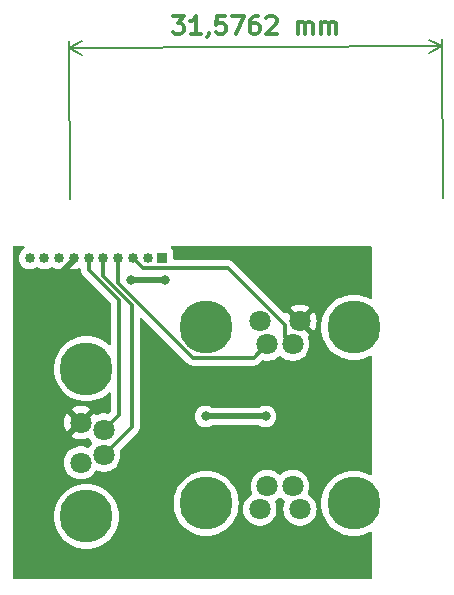
<source format=gbr>
%TF.GenerationSoftware,KiCad,Pcbnew,7.0.8*%
%TF.CreationDate,2023-11-09T12:14:12+01:00*%
%TF.ProjectId,travel_pressure_pcb,74726176-656c-45f7-9072-657373757265,rev?*%
%TF.SameCoordinates,Original*%
%TF.FileFunction,Copper,L2,Bot*%
%TF.FilePolarity,Positive*%
%FSLAX46Y46*%
G04 Gerber Fmt 4.6, Leading zero omitted, Abs format (unit mm)*
G04 Created by KiCad (PCBNEW 7.0.8) date 2023-11-09 12:14:12*
%MOMM*%
%LPD*%
G01*
G04 APERTURE LIST*
%ADD10C,0.300000*%
%TA.AperFunction,NonConductor*%
%ADD11C,0.300000*%
%TD*%
%TA.AperFunction,NonConductor*%
%ADD12C,0.200000*%
%TD*%
%TA.AperFunction,ComponentPad*%
%ADD13C,1.800000*%
%TD*%
%TA.AperFunction,ComponentPad*%
%ADD14C,4.500000*%
%TD*%
%TA.AperFunction,ComponentPad*%
%ADD15R,0.850000X0.850000*%
%TD*%
%TA.AperFunction,ComponentPad*%
%ADD16C,0.850000*%
%TD*%
%TA.AperFunction,ViaPad*%
%ADD17C,0.800000*%
%TD*%
%TA.AperFunction,Conductor*%
%ADD18C,0.500000*%
%TD*%
%TA.AperFunction,Conductor*%
%ADD19C,0.300000*%
%TD*%
G04 APERTURE END LIST*
D10*
D11*
X114057942Y-53257993D02*
X114986507Y-53254486D01*
X114986507Y-53254486D02*
X114488668Y-53827799D01*
X114488668Y-53827799D02*
X114702953Y-53826990D01*
X114702953Y-53826990D02*
X114846079Y-53897878D01*
X114846079Y-53897878D02*
X114917776Y-53969037D01*
X114917776Y-53969037D02*
X114989744Y-54111623D01*
X114989744Y-54111623D02*
X114991093Y-54468763D01*
X114991093Y-54468763D02*
X114920204Y-54611889D01*
X114920204Y-54611889D02*
X114849046Y-54683587D01*
X114849046Y-54683587D02*
X114706459Y-54755554D01*
X114706459Y-54755554D02*
X114277891Y-54757173D01*
X114277891Y-54757173D02*
X114134765Y-54686284D01*
X114134765Y-54686284D02*
X114063067Y-54615126D01*
X116420733Y-54749080D02*
X115563596Y-54752317D01*
X115992164Y-54750699D02*
X115986499Y-53250710D01*
X115986499Y-53250710D02*
X115844452Y-53465533D01*
X115844452Y-53465533D02*
X115702136Y-53608929D01*
X115702136Y-53608929D02*
X115559549Y-53680896D01*
X117134743Y-54674955D02*
X117135013Y-54746383D01*
X117135013Y-54746383D02*
X117064124Y-54889509D01*
X117064124Y-54889509D02*
X116992966Y-54961206D01*
X118486481Y-53241268D02*
X117772201Y-53243966D01*
X117772201Y-53243966D02*
X117703470Y-53958516D01*
X117703470Y-53958516D02*
X117774628Y-53886818D01*
X117774628Y-53886818D02*
X117917215Y-53814851D01*
X117917215Y-53814851D02*
X118274355Y-53813502D01*
X118274355Y-53813502D02*
X118417481Y-53884390D01*
X118417481Y-53884390D02*
X118489179Y-53955549D01*
X118489179Y-53955549D02*
X118561146Y-54098135D01*
X118561146Y-54098135D02*
X118562495Y-54455275D01*
X118562495Y-54455275D02*
X118491607Y-54598401D01*
X118491607Y-54598401D02*
X118420448Y-54670099D01*
X118420448Y-54670099D02*
X118277862Y-54742067D01*
X118277862Y-54742067D02*
X117920722Y-54743415D01*
X117920722Y-54743415D02*
X117777596Y-54672527D01*
X117777596Y-54672527D02*
X117705898Y-54601369D01*
X119057905Y-53239110D02*
X120057898Y-53235334D01*
X120057898Y-53235334D02*
X119420711Y-54737751D01*
X121272175Y-53230748D02*
X120986463Y-53231827D01*
X120986463Y-53231827D02*
X120843876Y-53303794D01*
X120843876Y-53303794D02*
X120772718Y-53375492D01*
X120772718Y-53375492D02*
X120630671Y-53590316D01*
X120630671Y-53590316D02*
X120560322Y-53876298D01*
X120560322Y-53876298D02*
X120562480Y-54447722D01*
X120562480Y-54447722D02*
X120634448Y-54590309D01*
X120634448Y-54590309D02*
X120706145Y-54661467D01*
X120706145Y-54661467D02*
X120849271Y-54732355D01*
X120849271Y-54732355D02*
X121134984Y-54731276D01*
X121134984Y-54731276D02*
X121277570Y-54659309D01*
X121277570Y-54659309D02*
X121348728Y-54587611D01*
X121348728Y-54587611D02*
X121419617Y-54444485D01*
X121419617Y-54444485D02*
X121418268Y-54087345D01*
X121418268Y-54087345D02*
X121346300Y-53944759D01*
X121346300Y-53944759D02*
X121274603Y-53873600D01*
X121274603Y-53873600D02*
X121131477Y-53802712D01*
X121131477Y-53802712D02*
X120845765Y-53803791D01*
X120845765Y-53803791D02*
X120703178Y-53875758D01*
X120703178Y-53875758D02*
X120632020Y-53947456D01*
X120632020Y-53947456D02*
X120561131Y-54090582D01*
X121986995Y-53370906D02*
X122058153Y-53299208D01*
X122058153Y-53299208D02*
X122200739Y-53227241D01*
X122200739Y-53227241D02*
X122557880Y-53225892D01*
X122557880Y-53225892D02*
X122701005Y-53296781D01*
X122701005Y-53296781D02*
X122772703Y-53367939D01*
X122772703Y-53367939D02*
X122844671Y-53510525D01*
X122844671Y-53510525D02*
X122845210Y-53653381D01*
X122845210Y-53653381D02*
X122774592Y-53867935D01*
X122774592Y-53867935D02*
X121920692Y-54728309D01*
X121920692Y-54728309D02*
X122849257Y-54724802D01*
X124634958Y-54718058D02*
X124631181Y-53718066D01*
X124631721Y-53860922D02*
X124702879Y-53789224D01*
X124702879Y-53789224D02*
X124845465Y-53717256D01*
X124845465Y-53717256D02*
X125059749Y-53716447D01*
X125059749Y-53716447D02*
X125202875Y-53787336D01*
X125202875Y-53787336D02*
X125274843Y-53929922D01*
X125274843Y-53929922D02*
X125277810Y-54715631D01*
X125274843Y-53929922D02*
X125345731Y-53786796D01*
X125345731Y-53786796D02*
X125488318Y-53714829D01*
X125488318Y-53714829D02*
X125702602Y-53714019D01*
X125702602Y-53714019D02*
X125845728Y-53784908D01*
X125845728Y-53784908D02*
X125917695Y-53927494D01*
X125917695Y-53927494D02*
X125920663Y-54713203D01*
X126634943Y-54710505D02*
X126631167Y-53710512D01*
X126631706Y-53853369D02*
X126702865Y-53781671D01*
X126702865Y-53781671D02*
X126845451Y-53709703D01*
X126845451Y-53709703D02*
X127059735Y-53708894D01*
X127059735Y-53708894D02*
X127202861Y-53779782D01*
X127202861Y-53779782D02*
X127274829Y-53922369D01*
X127274829Y-53922369D02*
X127277796Y-54708078D01*
X127274829Y-53922369D02*
X127345717Y-53779243D01*
X127345717Y-53779243D02*
X127488304Y-53707275D01*
X127488304Y-53707275D02*
X127702588Y-53706466D01*
X127702588Y-53706466D02*
X127845714Y-53777355D01*
X127845714Y-53777355D02*
X127917681Y-53919941D01*
X127917681Y-53919941D02*
X127920649Y-54705650D01*
D12*
X105328112Y-68707254D02*
X105277578Y-55326419D01*
X136904112Y-68588004D02*
X136853578Y-55207169D01*
X105279792Y-55912835D02*
X136855792Y-55793585D01*
X105279792Y-55912835D02*
X136855792Y-55793585D01*
X105279792Y-55912835D02*
X106404073Y-55322164D01*
X105279792Y-55912835D02*
X106408502Y-56494997D01*
X136855792Y-55793585D02*
X135731511Y-56384256D01*
X136855792Y-55793585D02*
X135727082Y-55211423D01*
D13*
%TO.P,J2,1,1*%
%TO.N,GND*%
X106254000Y-91040000D03*
%TO.P,J2,2,2*%
%TO.N,TRAVEL_FRONT_SENSOR*%
X108204000Y-90415000D03*
%TO.P,J2,3,3*%
%TO.N,+3.3VA*%
X106254000Y-87640000D03*
%TO.P,J2,4,4*%
%TO.N,TRAVEL_REAR_SENSOR*%
X108204000Y-88265000D03*
D14*
%TO.P,J2,MH1,MH1*%
%TO.N,GND*%
X106754000Y-95590000D03*
%TO.P,J2,MH2,MH2*%
X106754000Y-83090000D03*
%TD*%
D13*
%TO.P,J1,1,1*%
%TO.N,GND*%
X124831000Y-94979000D03*
%TO.P,J1,2,2*%
%TO.N,PRESSURE_FRONT_SENSOR*%
X124206000Y-93029000D03*
%TO.P,J1,3,3*%
%TO.N,+5VA*%
X121431000Y-94979000D03*
%TO.P,J1,4,4*%
%TO.N,PRESSURE_REAR_SENSOR*%
X122056000Y-93029000D03*
D14*
%TO.P,J1,MH1,MH1*%
%TO.N,GND*%
X129381000Y-94479000D03*
%TO.P,J1,MH2,MH2*%
X116881000Y-94479000D03*
%TD*%
D13*
%TO.P,J3,1,1*%
%TO.N,GND*%
X121431000Y-79067000D03*
%TO.P,J3,2,2*%
%TO.N,BRAKE_SENSOR_LEFT*%
X122056000Y-81017000D03*
%TO.P,J3,3,3*%
%TO.N,+3.3VA*%
X124831000Y-79067000D03*
%TO.P,J3,4,4*%
%TO.N,BRAKE_SENSOR_RIGHT*%
X124206000Y-81017000D03*
D14*
%TO.P,J3,MH1,MH1*%
%TO.N,GND*%
X116881000Y-79567000D03*
%TO.P,J3,MH2,MH2*%
X129381000Y-79567000D03*
%TD*%
D15*
%TO.P,J4,1,1*%
%TO.N,GND*%
X113186750Y-73729000D03*
D16*
%TO.P,J4,2,2*%
%TO.N,+5VA*%
X111936750Y-73729000D03*
%TO.P,J4,3,3*%
%TO.N,BRAKE_SENSOR_RIGHT*%
X110686750Y-73729000D03*
%TO.P,J4,4,4*%
%TO.N,BRAKE_SENSOR_LEFT*%
X109436750Y-73729000D03*
%TO.P,J4,5,5*%
%TO.N,TRAVEL_FRONT_SENSOR*%
X108186750Y-73729000D03*
%TO.P,J4,6,6*%
%TO.N,TRAVEL_REAR_SENSOR*%
X106936750Y-73729000D03*
%TO.P,J4,7,7*%
%TO.N,+3.3VA*%
X105686750Y-73729000D03*
%TO.P,J4,8,8*%
%TO.N,GND*%
X104436750Y-73729000D03*
%TO.P,J4,9,9*%
%TO.N,PRESSURE_REAR_SENSOR*%
X103186750Y-73729000D03*
%TO.P,J4,10,10*%
%TO.N,PRESSURE_FRONT_SENSOR*%
X101936750Y-73729000D03*
%TD*%
D17*
%TO.N,GND*%
X110490000Y-75565000D03*
X121920000Y-87122000D03*
X113411000Y-75565000D03*
X116840000Y-87122000D03*
%TD*%
D18*
%TO.N,GND*%
X110490000Y-75565000D02*
X113411000Y-75565000D01*
X116840000Y-87122000D02*
X121920000Y-87122000D01*
D19*
%TO.N,TRAVEL_REAR_SENSOR*%
X109474000Y-77251169D02*
X106936750Y-74713919D01*
X109474000Y-86995000D02*
X109474000Y-77251169D01*
X106936750Y-74713919D02*
X106936750Y-73729000D01*
X108204000Y-88265000D02*
X109474000Y-86995000D01*
D18*
%TO.N,+3.3VA*%
X105686750Y-73729000D02*
X105686750Y-73891250D01*
X105686750Y-73891250D02*
X102489000Y-77089000D01*
D19*
%TO.N,TRAVEL_FRONT_SENSOR*%
X108186750Y-75256813D02*
X108186750Y-73729000D01*
X110617000Y-88002000D02*
X110617000Y-77687063D01*
X108204000Y-90415000D02*
X110617000Y-88002000D01*
X110617000Y-77687063D02*
X108186750Y-75256813D01*
%TO.N,BRAKE_SENSOR_LEFT*%
X122056000Y-81017000D02*
X120906000Y-82167000D01*
X109436750Y-75799706D02*
X109436750Y-73729000D01*
X120906000Y-82167000D02*
X115804044Y-82167000D01*
X115804044Y-82167000D02*
X109436750Y-75799706D01*
%TO.N,BRAKE_SENSOR_RIGHT*%
X124206000Y-81017000D02*
X123572222Y-80383222D01*
X118745000Y-74549000D02*
X111506750Y-74549000D01*
X111506750Y-74549000D02*
X110686750Y-73729000D01*
X123572222Y-80383222D02*
X123572222Y-79376222D01*
X123572222Y-79376222D02*
X118745000Y-74549000D01*
%TD*%
%TA.AperFunction,Conductor*%
%TO.N,+3.3VA*%
G36*
X101475781Y-72711785D02*
G01*
X101521536Y-72764589D01*
X101531480Y-72833747D01*
X101502455Y-72897303D01*
X101476392Y-72918821D01*
X101476709Y-72919258D01*
X101471451Y-72923077D01*
X101471451Y-72923078D01*
X101397535Y-72976780D01*
X101314055Y-73037433D01*
X101314052Y-73037435D01*
X101183879Y-73182009D01*
X101086607Y-73350488D01*
X101086606Y-73350489D01*
X101026488Y-73535516D01*
X101006152Y-73729000D01*
X101026488Y-73922483D01*
X101086606Y-74107510D01*
X101086607Y-74107511D01*
X101110843Y-74149488D01*
X101183880Y-74275992D01*
X101229226Y-74326354D01*
X101314052Y-74420564D01*
X101314055Y-74420566D01*
X101314058Y-74420569D01*
X101384211Y-74471538D01*
X101471452Y-74534923D01*
X101512329Y-74553122D01*
X101649179Y-74614051D01*
X101839476Y-74654500D01*
X102034024Y-74654500D01*
X102224321Y-74614051D01*
X102402049Y-74534922D01*
X102488866Y-74471844D01*
X102554670Y-74448366D01*
X102622724Y-74464191D01*
X102634623Y-74471837D01*
X102703506Y-74521884D01*
X102721452Y-74534923D01*
X102762329Y-74553122D01*
X102899179Y-74614051D01*
X103089476Y-74654500D01*
X103284024Y-74654500D01*
X103474321Y-74614051D01*
X103652049Y-74534922D01*
X103738866Y-74471844D01*
X103804670Y-74448366D01*
X103872724Y-74464191D01*
X103884623Y-74471837D01*
X103953506Y-74521884D01*
X103971452Y-74534923D01*
X104012329Y-74553122D01*
X104149179Y-74614051D01*
X104339476Y-74654500D01*
X104534024Y-74654500D01*
X104724321Y-74614051D01*
X104902049Y-74534922D01*
X104989289Y-74471537D01*
X105055095Y-74448057D01*
X105123149Y-74463882D01*
X105135061Y-74471537D01*
X105221700Y-74534484D01*
X105399337Y-74613573D01*
X105399336Y-74613573D01*
X105589529Y-74654000D01*
X105783971Y-74654000D01*
X105974163Y-74613573D01*
X105974166Y-74613572D01*
X106109938Y-74553122D01*
X106179188Y-74543837D01*
X106242465Y-74573465D01*
X106279678Y-74632600D01*
X106284313Y-74662504D01*
X106286250Y-74724121D01*
X106286250Y-74754839D01*
X106286251Y-74754859D01*
X106287168Y-74762125D01*
X106287626Y-74767943D01*
X106289152Y-74816486D01*
X106289153Y-74816489D01*
X106295073Y-74836867D01*
X106299018Y-74855915D01*
X106301678Y-74876973D01*
X106301681Y-74876983D01*
X106319563Y-74922149D01*
X106321455Y-74927677D01*
X106335004Y-74974314D01*
X106335005Y-74974316D01*
X106345810Y-74992585D01*
X106354367Y-75010053D01*
X106359976Y-75024219D01*
X106362182Y-75029791D01*
X106390733Y-75069089D01*
X106393938Y-75073968D01*
X106418669Y-75115784D01*
X106418673Y-75115788D01*
X106433675Y-75130790D01*
X106446313Y-75145588D01*
X106458783Y-75162752D01*
X106458786Y-75162755D01*
X106458787Y-75162756D01*
X106496226Y-75193728D01*
X106500526Y-75197641D01*
X107652033Y-76349148D01*
X108787181Y-77484296D01*
X108820666Y-77545619D01*
X108823500Y-77571977D01*
X108823500Y-80970343D01*
X108803815Y-81037382D01*
X108751011Y-81083137D01*
X108681853Y-81093081D01*
X108618297Y-81064056D01*
X108611819Y-81058024D01*
X108581255Y-81027460D01*
X108319326Y-80822251D01*
X108319318Y-80822246D01*
X108034557Y-80650102D01*
X107731123Y-80513537D01*
X107731116Y-80513534D01*
X107731104Y-80513530D01*
X107413449Y-80414546D01*
X107413445Y-80414545D01*
X107413441Y-80414544D01*
X107086142Y-80354564D01*
X107086141Y-80354563D01*
X107086136Y-80354563D01*
X106754000Y-80334473D01*
X106421863Y-80354563D01*
X106421858Y-80354564D01*
X106094559Y-80414544D01*
X106094556Y-80414544D01*
X106094550Y-80414546D01*
X105776895Y-80513530D01*
X105776879Y-80513536D01*
X105776877Y-80513537D01*
X105672081Y-80560702D01*
X105473447Y-80650100D01*
X105473445Y-80650101D01*
X105188673Y-80822251D01*
X104926744Y-81027460D01*
X104691460Y-81262744D01*
X104486251Y-81524673D01*
X104486246Y-81524682D01*
X104314102Y-81809443D01*
X104225235Y-82006898D01*
X104177536Y-82112880D01*
X104177530Y-82112895D01*
X104078546Y-82430550D01*
X104078544Y-82430556D01*
X104078544Y-82430559D01*
X104046525Y-82605282D01*
X104018563Y-82757863D01*
X103998473Y-83090000D01*
X104018563Y-83422136D01*
X104018563Y-83422141D01*
X104018564Y-83422142D01*
X104078544Y-83749441D01*
X104078545Y-83749445D01*
X104078546Y-83749449D01*
X104177530Y-84067104D01*
X104177534Y-84067116D01*
X104177537Y-84067123D01*
X104314102Y-84370557D01*
X104486246Y-84655318D01*
X104486251Y-84655326D01*
X104691460Y-84917255D01*
X104926744Y-85152539D01*
X105188673Y-85357748D01*
X105188678Y-85357751D01*
X105188682Y-85357754D01*
X105473443Y-85529898D01*
X105776877Y-85666463D01*
X105776890Y-85666467D01*
X105776895Y-85666469D01*
X105988665Y-85732458D01*
X106094559Y-85765456D01*
X106421858Y-85825436D01*
X106754000Y-85845527D01*
X107086142Y-85825436D01*
X107413441Y-85765456D01*
X107731123Y-85666463D01*
X108034557Y-85529898D01*
X108319318Y-85357754D01*
X108581252Y-85152542D01*
X108581255Y-85152539D01*
X108611819Y-85121976D01*
X108673142Y-85088491D01*
X108742834Y-85093475D01*
X108798767Y-85135347D01*
X108823184Y-85200811D01*
X108823500Y-85209657D01*
X108823500Y-86674191D01*
X108803815Y-86741230D01*
X108787181Y-86761873D01*
X108676200Y-86872853D01*
X108614877Y-86906337D01*
X108554243Y-86902806D01*
X108553951Y-86903960D01*
X108548987Y-86902703D01*
X108547321Y-86902425D01*
X108320049Y-86864500D01*
X108087951Y-86864500D01*
X108042164Y-86872140D01*
X107859015Y-86902702D01*
X107639505Y-86978061D01*
X107639487Y-86978068D01*
X107632272Y-86981973D01*
X107563942Y-86996562D01*
X107498572Y-86971894D01*
X107469455Y-86940735D01*
X107405186Y-86842364D01*
X106856546Y-87391004D01*
X106846812Y-87361044D01*
X106758814Y-87222381D01*
X106639097Y-87109960D01*
X106504489Y-87035958D01*
X107052799Y-86487648D01*
X107052799Y-86487647D01*
X107022349Y-86463949D01*
X106818302Y-86353523D01*
X106818293Y-86353520D01*
X106598860Y-86278188D01*
X106370007Y-86240000D01*
X106137993Y-86240000D01*
X105909139Y-86278188D01*
X105689706Y-86353520D01*
X105689698Y-86353523D01*
X105485644Y-86463952D01*
X105455200Y-86487646D01*
X105455200Y-86487647D01*
X106006466Y-87038913D01*
X105938371Y-87065874D01*
X105805508Y-87162405D01*
X105700825Y-87288945D01*
X105652368Y-87391921D01*
X105102812Y-86842365D01*
X105018516Y-86971391D01*
X105018514Y-86971395D01*
X104925317Y-87183864D01*
X104868361Y-87408781D01*
X104849202Y-87639994D01*
X104849202Y-87640005D01*
X104868361Y-87871218D01*
X104925317Y-88096135D01*
X105018516Y-88308609D01*
X105102811Y-88437633D01*
X105651452Y-87888993D01*
X105661188Y-87918956D01*
X105749186Y-88057619D01*
X105868903Y-88170040D01*
X106003510Y-88244041D01*
X105455199Y-88792351D01*
X105485650Y-88816050D01*
X105689697Y-88926476D01*
X105689706Y-88926479D01*
X105909139Y-89001811D01*
X106137993Y-89040000D01*
X106370007Y-89040000D01*
X106598860Y-89001811D01*
X106818294Y-88926479D01*
X106824995Y-88922853D01*
X106893322Y-88908253D01*
X106958696Y-88932912D01*
X106987828Y-88964082D01*
X107095021Y-89128153D01*
X107169464Y-89209020D01*
X107212728Y-89256018D01*
X107243650Y-89318672D01*
X107235790Y-89388098D01*
X107212728Y-89423982D01*
X107095017Y-89551850D01*
X106988102Y-89715496D01*
X106934956Y-89760853D01*
X106865724Y-89770276D01*
X106825281Y-89756731D01*
X106818513Y-89753068D01*
X106818495Y-89753061D01*
X106598984Y-89677702D01*
X106427282Y-89649050D01*
X106370049Y-89639500D01*
X106137951Y-89639500D01*
X106092164Y-89647140D01*
X105909015Y-89677702D01*
X105689504Y-89753061D01*
X105689495Y-89753064D01*
X105485371Y-89863531D01*
X105485365Y-89863535D01*
X105302222Y-90006081D01*
X105302219Y-90006084D01*
X105145016Y-90176852D01*
X105018075Y-90371151D01*
X104924842Y-90583699D01*
X104867866Y-90808691D01*
X104867864Y-90808702D01*
X104848700Y-91039993D01*
X104848700Y-91040006D01*
X104867864Y-91271297D01*
X104867866Y-91271308D01*
X104924842Y-91496300D01*
X105018075Y-91708848D01*
X105145016Y-91903147D01*
X105145019Y-91903151D01*
X105145021Y-91903153D01*
X105302216Y-92073913D01*
X105302219Y-92073915D01*
X105302222Y-92073918D01*
X105485365Y-92216464D01*
X105485371Y-92216468D01*
X105485374Y-92216470D01*
X105689497Y-92326936D01*
X105786249Y-92360151D01*
X105909015Y-92402297D01*
X105909017Y-92402297D01*
X105909019Y-92402298D01*
X106137951Y-92440500D01*
X106137952Y-92440500D01*
X106370048Y-92440500D01*
X106370049Y-92440500D01*
X106598981Y-92402298D01*
X106818503Y-92326936D01*
X107022626Y-92216470D01*
X107029332Y-92211251D01*
X107135091Y-92128935D01*
X107205784Y-92073913D01*
X107362979Y-91903153D01*
X107363382Y-91902537D01*
X107407803Y-91834544D01*
X107469896Y-91739503D01*
X107523042Y-91694147D01*
X107592274Y-91684723D01*
X107632721Y-91698270D01*
X107639484Y-91701930D01*
X107639491Y-91701932D01*
X107639497Y-91701936D01*
X107748929Y-91739504D01*
X107859015Y-91777297D01*
X107859017Y-91777297D01*
X107859019Y-91777298D01*
X108087951Y-91815500D01*
X108087952Y-91815500D01*
X108320048Y-91815500D01*
X108320049Y-91815500D01*
X108548981Y-91777298D01*
X108768503Y-91701936D01*
X108972626Y-91591470D01*
X109155784Y-91448913D01*
X109312979Y-91278153D01*
X109439924Y-91083849D01*
X109533157Y-90871300D01*
X109590134Y-90646305D01*
X109590135Y-90646297D01*
X109609300Y-90415006D01*
X109609300Y-90414993D01*
X109590135Y-90183702D01*
X109590133Y-90183691D01*
X109559968Y-90064572D01*
X109562593Y-89994752D01*
X109592491Y-89946453D01*
X111016513Y-88522431D01*
X111029079Y-88512365D01*
X111028925Y-88512178D01*
X111034937Y-88507204D01*
X111034937Y-88507203D01*
X111034940Y-88507202D01*
X111084190Y-88454755D01*
X111105911Y-88433035D01*
X111110401Y-88427245D01*
X111114183Y-88422815D01*
X111147448Y-88387393D01*
X111157674Y-88368790D01*
X111168353Y-88352533D01*
X111181362Y-88335764D01*
X111200656Y-88291175D01*
X111203212Y-88285956D01*
X111226627Y-88243368D01*
X111231905Y-88222806D01*
X111238207Y-88204399D01*
X111246635Y-88184927D01*
X111254233Y-88136953D01*
X111255414Y-88131247D01*
X111267500Y-88084177D01*
X111267500Y-88062949D01*
X111269027Y-88043549D01*
X111272346Y-88022595D01*
X111267775Y-87974238D01*
X111267500Y-87968400D01*
X111267500Y-87122000D01*
X115934540Y-87122000D01*
X115954326Y-87310256D01*
X115954327Y-87310259D01*
X116012818Y-87490277D01*
X116012821Y-87490284D01*
X116107467Y-87654216D01*
X116131708Y-87681138D01*
X116234129Y-87794888D01*
X116387265Y-87906148D01*
X116387270Y-87906151D01*
X116560192Y-87983142D01*
X116560197Y-87983144D01*
X116745354Y-88022500D01*
X116745355Y-88022500D01*
X116934644Y-88022500D01*
X116934646Y-88022500D01*
X117119803Y-87983144D01*
X117292730Y-87906151D01*
X117294776Y-87904664D01*
X117306452Y-87896182D01*
X117372258Y-87872702D01*
X117379337Y-87872500D01*
X121380663Y-87872500D01*
X121447702Y-87892185D01*
X121453548Y-87896182D01*
X121467265Y-87906148D01*
X121467270Y-87906151D01*
X121640192Y-87983142D01*
X121640197Y-87983144D01*
X121825354Y-88022500D01*
X121825355Y-88022500D01*
X122014644Y-88022500D01*
X122014646Y-88022500D01*
X122199803Y-87983144D01*
X122372730Y-87906151D01*
X122525871Y-87794888D01*
X122652533Y-87654216D01*
X122747179Y-87490284D01*
X122805674Y-87310256D01*
X122825460Y-87122000D01*
X122805674Y-86933744D01*
X122747179Y-86753716D01*
X122652533Y-86589784D01*
X122525871Y-86449112D01*
X122525870Y-86449111D01*
X122372734Y-86337851D01*
X122372729Y-86337848D01*
X122199807Y-86260857D01*
X122199802Y-86260855D01*
X122054001Y-86229865D01*
X122014646Y-86221500D01*
X121825354Y-86221500D01*
X121792897Y-86228398D01*
X121640197Y-86260855D01*
X121640192Y-86260857D01*
X121467270Y-86337848D01*
X121467265Y-86337851D01*
X121453548Y-86347818D01*
X121387742Y-86371298D01*
X121380663Y-86371500D01*
X117379337Y-86371500D01*
X117312298Y-86351815D01*
X117306452Y-86347818D01*
X117292734Y-86337851D01*
X117292729Y-86337848D01*
X117119807Y-86260857D01*
X117119802Y-86260855D01*
X116974001Y-86229865D01*
X116934646Y-86221500D01*
X116745354Y-86221500D01*
X116712897Y-86228398D01*
X116560197Y-86260855D01*
X116560192Y-86260857D01*
X116387270Y-86337848D01*
X116387265Y-86337851D01*
X116234129Y-86449111D01*
X116107466Y-86589785D01*
X116012821Y-86753715D01*
X116012818Y-86753722D01*
X115964378Y-86902806D01*
X115954326Y-86933744D01*
X115934540Y-87122000D01*
X111267500Y-87122000D01*
X111267500Y-78849764D01*
X111287185Y-78782725D01*
X111339989Y-78736970D01*
X111409147Y-78727026D01*
X111472703Y-78756051D01*
X111479181Y-78762083D01*
X115283608Y-82566510D01*
X115293679Y-82579080D01*
X115293866Y-82578926D01*
X115298840Y-82584937D01*
X115298842Y-82584940D01*
X115318298Y-82603210D01*
X115351287Y-82634190D01*
X115373010Y-82655912D01*
X115378802Y-82660405D01*
X115383242Y-82664198D01*
X115399304Y-82679280D01*
X115418651Y-82697448D01*
X115437242Y-82707668D01*
X115453507Y-82718352D01*
X115470278Y-82731361D01*
X115470281Y-82731363D01*
X115514871Y-82750658D01*
X115520100Y-82753220D01*
X115562676Y-82776627D01*
X115583237Y-82781905D01*
X115601641Y-82788207D01*
X115621118Y-82796636D01*
X115655436Y-82802071D01*
X115669098Y-82804235D01*
X115674808Y-82805417D01*
X115721867Y-82817500D01*
X115743089Y-82817500D01*
X115762486Y-82819026D01*
X115783449Y-82822347D01*
X115831816Y-82817774D01*
X115837653Y-82817500D01*
X120820495Y-82817500D01*
X120836505Y-82819267D01*
X120836528Y-82819026D01*
X120844289Y-82819758D01*
X120844296Y-82819760D01*
X120916203Y-82817500D01*
X120946925Y-82817500D01*
X120954190Y-82816581D01*
X120960016Y-82816122D01*
X121008569Y-82814597D01*
X121028956Y-82808673D01*
X121047996Y-82804731D01*
X121069058Y-82802071D01*
X121114235Y-82784183D01*
X121119735Y-82782300D01*
X121166398Y-82768744D01*
X121184665Y-82757939D01*
X121202136Y-82749380D01*
X121221871Y-82741568D01*
X121261177Y-82713010D01*
X121266043Y-82709813D01*
X121307865Y-82685081D01*
X121322870Y-82670075D01*
X121337668Y-82657436D01*
X121339766Y-82655912D01*
X121354837Y-82644963D01*
X121385809Y-82607522D01*
X121389723Y-82603221D01*
X121583800Y-82409144D01*
X121645121Y-82375661D01*
X121705753Y-82379202D01*
X121706048Y-82378040D01*
X121711011Y-82379296D01*
X121711015Y-82379296D01*
X121711019Y-82379298D01*
X121939951Y-82417500D01*
X121939952Y-82417500D01*
X122172048Y-82417500D01*
X122172049Y-82417500D01*
X122400981Y-82379298D01*
X122620503Y-82303936D01*
X122824626Y-82193470D01*
X123007784Y-82050913D01*
X123039771Y-82016165D01*
X123099657Y-81980176D01*
X123169495Y-81982276D01*
X123222228Y-82016164D01*
X123254216Y-82050913D01*
X123254219Y-82050915D01*
X123254222Y-82050918D01*
X123437365Y-82193464D01*
X123437371Y-82193468D01*
X123437374Y-82193470D01*
X123641497Y-82303936D01*
X123695648Y-82322526D01*
X123861015Y-82379297D01*
X123861017Y-82379297D01*
X123861019Y-82379298D01*
X124089951Y-82417500D01*
X124089952Y-82417500D01*
X124322048Y-82417500D01*
X124322049Y-82417500D01*
X124550981Y-82379298D01*
X124770503Y-82303936D01*
X124974626Y-82193470D01*
X125157784Y-82050913D01*
X125314979Y-81880153D01*
X125441924Y-81685849D01*
X125535157Y-81473300D01*
X125592134Y-81248305D01*
X125607901Y-81058024D01*
X125611300Y-81017006D01*
X125611300Y-81016993D01*
X125592135Y-80785702D01*
X125592133Y-80785691D01*
X125557797Y-80650102D01*
X125535157Y-80560700D01*
X125480720Y-80436598D01*
X125471818Y-80367299D01*
X125501795Y-80304187D01*
X125535261Y-80277734D01*
X125599342Y-80243056D01*
X125599349Y-80243051D01*
X125629798Y-80219351D01*
X125078533Y-79668086D01*
X125146629Y-79641126D01*
X125279492Y-79544595D01*
X125384175Y-79418055D01*
X125432631Y-79315079D01*
X125982186Y-79864634D01*
X126066484Y-79735606D01*
X126159682Y-79523135D01*
X126216638Y-79298218D01*
X126235798Y-79067005D01*
X126235798Y-79066994D01*
X126216638Y-78835781D01*
X126159682Y-78610864D01*
X126066483Y-78398390D01*
X125982186Y-78269364D01*
X125433546Y-78818004D01*
X125423812Y-78788044D01*
X125335814Y-78649381D01*
X125216097Y-78536960D01*
X125081489Y-78462958D01*
X125629799Y-77914648D01*
X125629799Y-77914647D01*
X125599349Y-77890949D01*
X125395302Y-77780523D01*
X125395293Y-77780520D01*
X125175860Y-77705188D01*
X124947007Y-77667000D01*
X124714993Y-77667000D01*
X124486139Y-77705188D01*
X124266706Y-77780520D01*
X124266698Y-77780523D01*
X124062644Y-77890952D01*
X124032200Y-77914646D01*
X124032200Y-77914647D01*
X124583466Y-78465913D01*
X124515371Y-78492874D01*
X124382508Y-78589405D01*
X124277825Y-78715945D01*
X124229368Y-78818921D01*
X123679811Y-78269364D01*
X123646954Y-78319658D01*
X123593808Y-78365015D01*
X123524576Y-78374439D01*
X123461240Y-78344937D01*
X123455464Y-78339518D01*
X119265434Y-74149488D01*
X119255361Y-74136914D01*
X119255174Y-74137070D01*
X119250201Y-74131059D01*
X119197756Y-74081810D01*
X119176035Y-74060089D01*
X119170240Y-74055594D01*
X119165798Y-74051799D01*
X119130396Y-74018554D01*
X119130388Y-74018548D01*
X119111792Y-74008325D01*
X119095531Y-73997644D01*
X119078763Y-73984637D01*
X119055295Y-73974482D01*
X119034178Y-73965343D01*
X119028956Y-73962786D01*
X118986368Y-73939373D01*
X118986365Y-73939372D01*
X118965801Y-73934092D01*
X118947396Y-73927790D01*
X118927927Y-73919365D01*
X118927921Y-73919363D01*
X118879951Y-73911766D01*
X118874236Y-73910582D01*
X118857772Y-73906355D01*
X118827180Y-73898500D01*
X118827177Y-73898500D01*
X118805955Y-73898500D01*
X118786555Y-73896973D01*
X118765596Y-73893653D01*
X118765595Y-73893653D01*
X118741786Y-73895903D01*
X118717230Y-73898225D01*
X118711392Y-73898500D01*
X114236250Y-73898500D01*
X114169211Y-73878815D01*
X114123456Y-73826011D01*
X114112250Y-73774500D01*
X114112249Y-73256129D01*
X114112248Y-73256123D01*
X114105841Y-73196516D01*
X114055547Y-73061671D01*
X114055543Y-73061664D01*
X113969297Y-72946455D01*
X113927768Y-72915366D01*
X113885898Y-72859432D01*
X113880914Y-72789740D01*
X113914400Y-72728418D01*
X113975724Y-72694933D01*
X114002080Y-72692100D01*
X130781000Y-72692100D01*
X130848039Y-72711785D01*
X130893794Y-72764589D01*
X130905000Y-72816100D01*
X130905000Y-77054411D01*
X130885315Y-77121450D01*
X130832511Y-77167205D01*
X130763353Y-77177149D01*
X130716851Y-77160528D01*
X130661562Y-77127105D01*
X130661561Y-77127104D01*
X130661557Y-77127102D01*
X130358123Y-76990537D01*
X130358116Y-76990534D01*
X130358104Y-76990530D01*
X130040449Y-76891546D01*
X130040445Y-76891545D01*
X130040441Y-76891544D01*
X129713142Y-76831564D01*
X129713141Y-76831563D01*
X129713136Y-76831563D01*
X129381000Y-76811473D01*
X129048863Y-76831563D01*
X129048858Y-76831564D01*
X128721559Y-76891544D01*
X128721556Y-76891544D01*
X128721550Y-76891546D01*
X128403895Y-76990530D01*
X128403879Y-76990536D01*
X128403877Y-76990537D01*
X128261955Y-77054411D01*
X128100447Y-77127100D01*
X128100445Y-77127101D01*
X127815673Y-77299251D01*
X127553744Y-77504460D01*
X127318460Y-77739744D01*
X127113251Y-78001673D01*
X127094261Y-78033087D01*
X126941102Y-78286443D01*
X126804750Y-78589405D01*
X126804536Y-78589880D01*
X126804530Y-78589895D01*
X126705546Y-78907550D01*
X126705544Y-78907556D01*
X126705544Y-78907559D01*
X126676325Y-79067000D01*
X126645563Y-79234863D01*
X126625473Y-79567000D01*
X126645563Y-79899136D01*
X126645563Y-79899141D01*
X126645564Y-79899142D01*
X126705544Y-80226441D01*
X126705545Y-80226445D01*
X126705546Y-80226449D01*
X126804530Y-80544104D01*
X126804534Y-80544116D01*
X126804537Y-80544123D01*
X126941102Y-80847557D01*
X127113246Y-81132318D01*
X127113251Y-81132326D01*
X127318460Y-81394255D01*
X127553744Y-81629539D01*
X127815673Y-81834748D01*
X127815678Y-81834751D01*
X127815682Y-81834754D01*
X128100443Y-82006898D01*
X128403877Y-82143463D01*
X128403890Y-82143467D01*
X128403895Y-82143469D01*
X128564337Y-82193464D01*
X128721559Y-82242456D01*
X129048858Y-82302436D01*
X129381000Y-82322527D01*
X129713142Y-82302436D01*
X130040441Y-82242456D01*
X130358123Y-82143463D01*
X130661557Y-82006898D01*
X130716850Y-81973471D01*
X130784405Y-81955636D01*
X130850878Y-81977154D01*
X130895166Y-82031194D01*
X130905000Y-82079589D01*
X130905000Y-91966411D01*
X130885315Y-92033450D01*
X130832511Y-92079205D01*
X130763353Y-92089149D01*
X130716851Y-92072528D01*
X130661562Y-92039105D01*
X130661561Y-92039104D01*
X130661557Y-92039102D01*
X130358123Y-91902537D01*
X130358116Y-91902534D01*
X130358104Y-91902530D01*
X130040449Y-91803546D01*
X130040445Y-91803545D01*
X130040441Y-91803544D01*
X129713142Y-91743564D01*
X129713141Y-91743563D01*
X129713136Y-91743563D01*
X129381000Y-91723473D01*
X129048863Y-91743563D01*
X129048858Y-91743564D01*
X128721559Y-91803544D01*
X128721556Y-91803544D01*
X128721550Y-91803546D01*
X128403895Y-91902530D01*
X128403879Y-91902536D01*
X128403877Y-91902537D01*
X128261955Y-91966411D01*
X128121036Y-92029834D01*
X128100443Y-92039102D01*
X128045150Y-92072528D01*
X127815673Y-92211251D01*
X127553744Y-92416460D01*
X127318460Y-92651744D01*
X127113251Y-92913673D01*
X126941101Y-93198445D01*
X126941100Y-93198447D01*
X126804536Y-93501880D01*
X126804530Y-93501895D01*
X126705546Y-93819550D01*
X126705544Y-93819556D01*
X126705544Y-93819559D01*
X126682541Y-93945081D01*
X126645563Y-94146863D01*
X126625473Y-94479000D01*
X126645563Y-94811136D01*
X126645563Y-94811141D01*
X126645564Y-94811142D01*
X126705544Y-95138441D01*
X126705545Y-95138445D01*
X126705546Y-95138449D01*
X126804530Y-95456104D01*
X126804534Y-95456116D01*
X126804537Y-95456123D01*
X126941102Y-95759557D01*
X127039388Y-95922142D01*
X127113251Y-96044326D01*
X127318460Y-96306255D01*
X127553744Y-96541539D01*
X127815673Y-96746748D01*
X127815678Y-96746751D01*
X127815682Y-96746754D01*
X128100443Y-96918898D01*
X128403877Y-97055463D01*
X128403890Y-97055467D01*
X128403895Y-97055469D01*
X128615665Y-97121458D01*
X128721559Y-97154456D01*
X129048858Y-97214436D01*
X129381000Y-97234527D01*
X129713142Y-97214436D01*
X130040441Y-97154456D01*
X130358123Y-97055463D01*
X130661557Y-96918898D01*
X130716850Y-96885471D01*
X130784405Y-96867636D01*
X130850878Y-96889154D01*
X130895166Y-96943194D01*
X130905000Y-96991589D01*
X130905000Y-100767500D01*
X130885315Y-100834539D01*
X130832511Y-100880294D01*
X130781000Y-100891500D01*
X100622500Y-100891500D01*
X100555461Y-100871815D01*
X100509706Y-100819011D01*
X100498500Y-100767500D01*
X100498500Y-95590000D01*
X103998473Y-95590000D01*
X104018563Y-95922136D01*
X104018563Y-95922141D01*
X104018564Y-95922142D01*
X104078544Y-96249441D01*
X104078545Y-96249445D01*
X104078546Y-96249449D01*
X104177530Y-96567104D01*
X104177534Y-96567116D01*
X104177537Y-96567123D01*
X104314102Y-96870557D01*
X104485723Y-97154453D01*
X104486251Y-97155326D01*
X104691460Y-97417255D01*
X104926744Y-97652539D01*
X105188673Y-97857748D01*
X105188678Y-97857751D01*
X105188682Y-97857754D01*
X105473443Y-98029898D01*
X105776877Y-98166463D01*
X105776890Y-98166467D01*
X105776895Y-98166469D01*
X105988665Y-98232458D01*
X106094559Y-98265456D01*
X106421858Y-98325436D01*
X106754000Y-98345527D01*
X107086142Y-98325436D01*
X107413441Y-98265456D01*
X107731123Y-98166463D01*
X108034557Y-98029898D01*
X108319318Y-97857754D01*
X108581252Y-97652542D01*
X108816542Y-97417252D01*
X109021754Y-97155318D01*
X109193898Y-96870557D01*
X109330463Y-96567123D01*
X109429456Y-96249441D01*
X109489436Y-95922142D01*
X109509527Y-95590000D01*
X109489436Y-95257858D01*
X109429456Y-94930559D01*
X109372474Y-94747695D01*
X109330469Y-94612895D01*
X109330467Y-94612890D01*
X109330463Y-94612877D01*
X109270210Y-94479000D01*
X114125473Y-94479000D01*
X114145563Y-94811136D01*
X114145563Y-94811141D01*
X114145564Y-94811142D01*
X114205544Y-95138441D01*
X114205545Y-95138445D01*
X114205546Y-95138449D01*
X114304530Y-95456104D01*
X114304534Y-95456116D01*
X114304537Y-95456123D01*
X114441102Y-95759557D01*
X114539388Y-95922142D01*
X114613251Y-96044326D01*
X114818460Y-96306255D01*
X115053744Y-96541539D01*
X115315673Y-96746748D01*
X115315678Y-96746751D01*
X115315682Y-96746754D01*
X115600443Y-96918898D01*
X115903877Y-97055463D01*
X115903890Y-97055467D01*
X115903895Y-97055469D01*
X116115665Y-97121458D01*
X116221559Y-97154456D01*
X116548858Y-97214436D01*
X116881000Y-97234527D01*
X117213142Y-97214436D01*
X117540441Y-97154456D01*
X117858123Y-97055463D01*
X118161557Y-96918898D01*
X118446318Y-96746754D01*
X118708252Y-96541542D01*
X118943542Y-96306252D01*
X119148754Y-96044318D01*
X119320898Y-95759557D01*
X119457463Y-95456123D01*
X119556456Y-95138441D01*
X119585674Y-94979006D01*
X120025700Y-94979006D01*
X120044864Y-95210297D01*
X120044866Y-95210308D01*
X120101842Y-95435300D01*
X120195075Y-95647848D01*
X120322016Y-95842147D01*
X120322019Y-95842151D01*
X120322021Y-95842153D01*
X120479216Y-96012913D01*
X120479219Y-96012915D01*
X120479222Y-96012918D01*
X120662365Y-96155464D01*
X120662371Y-96155468D01*
X120662374Y-96155470D01*
X120866497Y-96265936D01*
X120980487Y-96305068D01*
X121086015Y-96341297D01*
X121086017Y-96341297D01*
X121086019Y-96341298D01*
X121314951Y-96379500D01*
X121314952Y-96379500D01*
X121547048Y-96379500D01*
X121547049Y-96379500D01*
X121775981Y-96341298D01*
X121995503Y-96265936D01*
X122199626Y-96155470D01*
X122382784Y-96012913D01*
X122539979Y-95842153D01*
X122666924Y-95647849D01*
X122760157Y-95435300D01*
X122817134Y-95210305D01*
X122836300Y-94979000D01*
X122836300Y-94978993D01*
X122817135Y-94747702D01*
X122817133Y-94747691D01*
X122815712Y-94742082D01*
X122760157Y-94522700D01*
X122705921Y-94399056D01*
X122697019Y-94329759D01*
X122726996Y-94266646D01*
X122760455Y-94240197D01*
X122824626Y-94205470D01*
X123007784Y-94062913D01*
X123039771Y-94028165D01*
X123099657Y-93992176D01*
X123169495Y-93994276D01*
X123222228Y-94028164D01*
X123254216Y-94062913D01*
X123254219Y-94062915D01*
X123254222Y-94062918D01*
X123437365Y-94205464D01*
X123437376Y-94205471D01*
X123501538Y-94240194D01*
X123551129Y-94289414D01*
X123566237Y-94357630D01*
X123556077Y-94399059D01*
X123501842Y-94522699D01*
X123444866Y-94747691D01*
X123444864Y-94747702D01*
X123425700Y-94978993D01*
X123425700Y-94979006D01*
X123444864Y-95210297D01*
X123444866Y-95210308D01*
X123501842Y-95435300D01*
X123595075Y-95647848D01*
X123722016Y-95842147D01*
X123722019Y-95842151D01*
X123722021Y-95842153D01*
X123879216Y-96012913D01*
X123879219Y-96012915D01*
X123879222Y-96012918D01*
X124062365Y-96155464D01*
X124062371Y-96155468D01*
X124062374Y-96155470D01*
X124266497Y-96265936D01*
X124380487Y-96305068D01*
X124486015Y-96341297D01*
X124486017Y-96341297D01*
X124486019Y-96341298D01*
X124714951Y-96379500D01*
X124714952Y-96379500D01*
X124947048Y-96379500D01*
X124947049Y-96379500D01*
X125175981Y-96341298D01*
X125395503Y-96265936D01*
X125599626Y-96155470D01*
X125782784Y-96012913D01*
X125939979Y-95842153D01*
X126066924Y-95647849D01*
X126160157Y-95435300D01*
X126217134Y-95210305D01*
X126236300Y-94979000D01*
X126236300Y-94978993D01*
X126217135Y-94747702D01*
X126217133Y-94747691D01*
X126160157Y-94522699D01*
X126066924Y-94310151D01*
X125939983Y-94115852D01*
X125939980Y-94115849D01*
X125939979Y-94115847D01*
X125782784Y-93945087D01*
X125782779Y-93945083D01*
X125782777Y-93945081D01*
X125599634Y-93802535D01*
X125599623Y-93802528D01*
X125535460Y-93767804D01*
X125485870Y-93718584D01*
X125470763Y-93650367D01*
X125480923Y-93608940D01*
X125535157Y-93485300D01*
X125592134Y-93260305D01*
X125597260Y-93198443D01*
X125611300Y-93029006D01*
X125611300Y-93028993D01*
X125592135Y-92797702D01*
X125592133Y-92797691D01*
X125535157Y-92572699D01*
X125441924Y-92360151D01*
X125314983Y-92165852D01*
X125314980Y-92165849D01*
X125314979Y-92165847D01*
X125157784Y-91995087D01*
X125157779Y-91995083D01*
X125157777Y-91995081D01*
X124974634Y-91852535D01*
X124974628Y-91852531D01*
X124770504Y-91742064D01*
X124770495Y-91742061D01*
X124550984Y-91666702D01*
X124379282Y-91638050D01*
X124322049Y-91628500D01*
X124089951Y-91628500D01*
X124044164Y-91636140D01*
X123861015Y-91666702D01*
X123641504Y-91742061D01*
X123641495Y-91742064D01*
X123437371Y-91852531D01*
X123308114Y-91953136D01*
X123254216Y-91995087D01*
X123254213Y-91995089D01*
X123254212Y-91995091D01*
X123222229Y-92029834D01*
X123162341Y-92065824D01*
X123092503Y-92063723D01*
X123039771Y-92029834D01*
X123036721Y-92026521D01*
X123007784Y-91995087D01*
X122878524Y-91894480D01*
X122824628Y-91852531D01*
X122620504Y-91742064D01*
X122620495Y-91742061D01*
X122400984Y-91666702D01*
X122229282Y-91638050D01*
X122172049Y-91628500D01*
X121939951Y-91628500D01*
X121894164Y-91636140D01*
X121711015Y-91666702D01*
X121491504Y-91742061D01*
X121491495Y-91742064D01*
X121287371Y-91852531D01*
X121287365Y-91852535D01*
X121104222Y-91995081D01*
X121104219Y-91995084D01*
X121104216Y-91995086D01*
X121104216Y-91995087D01*
X121063698Y-92039102D01*
X120947016Y-92165852D01*
X120820075Y-92360151D01*
X120726842Y-92572699D01*
X120669866Y-92797691D01*
X120669864Y-92797702D01*
X120650700Y-93028993D01*
X120650700Y-93029006D01*
X120669864Y-93260297D01*
X120669866Y-93260308D01*
X120726842Y-93485300D01*
X120781076Y-93608940D01*
X120789979Y-93678240D01*
X120760002Y-93741352D01*
X120726539Y-93767804D01*
X120662376Y-93802528D01*
X120662365Y-93802535D01*
X120479222Y-93945081D01*
X120479219Y-93945084D01*
X120322016Y-94115852D01*
X120195075Y-94310151D01*
X120101842Y-94522699D01*
X120044866Y-94747691D01*
X120044864Y-94747702D01*
X120025700Y-94978993D01*
X120025700Y-94979006D01*
X119585674Y-94979006D01*
X119616436Y-94811142D01*
X119636527Y-94479000D01*
X119616436Y-94146858D01*
X119556456Y-93819559D01*
X119465435Y-93527460D01*
X119457469Y-93501895D01*
X119457467Y-93501890D01*
X119457463Y-93501877D01*
X119320898Y-93198443D01*
X119148754Y-92913682D01*
X119148751Y-92913678D01*
X119148748Y-92913673D01*
X118943539Y-92651744D01*
X118708255Y-92416460D01*
X118446326Y-92211251D01*
X118371227Y-92165852D01*
X118161557Y-92039102D01*
X117858123Y-91902537D01*
X117858116Y-91902534D01*
X117858104Y-91902530D01*
X117540449Y-91803546D01*
X117540445Y-91803545D01*
X117540441Y-91803544D01*
X117213142Y-91743564D01*
X117213141Y-91743563D01*
X117213136Y-91743563D01*
X116881000Y-91723473D01*
X116548863Y-91743563D01*
X116548858Y-91743564D01*
X116221559Y-91803544D01*
X116221556Y-91803544D01*
X116221550Y-91803546D01*
X115903895Y-91902530D01*
X115903879Y-91902536D01*
X115903877Y-91902537D01*
X115761955Y-91966411D01*
X115621036Y-92029834D01*
X115600443Y-92039102D01*
X115545150Y-92072528D01*
X115315673Y-92211251D01*
X115053744Y-92416460D01*
X114818460Y-92651744D01*
X114613251Y-92913673D01*
X114441101Y-93198445D01*
X114441100Y-93198447D01*
X114304536Y-93501880D01*
X114304530Y-93501895D01*
X114205546Y-93819550D01*
X114205544Y-93819556D01*
X114205544Y-93819559D01*
X114182541Y-93945081D01*
X114145563Y-94146863D01*
X114125473Y-94479000D01*
X109270210Y-94479000D01*
X109193898Y-94309443D01*
X109021754Y-94024682D01*
X109021751Y-94024678D01*
X109021748Y-94024673D01*
X108816539Y-93762744D01*
X108581255Y-93527460D01*
X108319326Y-93322251D01*
X108319318Y-93322246D01*
X108034557Y-93150102D01*
X107731123Y-93013537D01*
X107731116Y-93013534D01*
X107731104Y-93013530D01*
X107413449Y-92914546D01*
X107413445Y-92914545D01*
X107413441Y-92914544D01*
X107086142Y-92854564D01*
X107086141Y-92854563D01*
X107086136Y-92854563D01*
X106754000Y-92834473D01*
X106421863Y-92854563D01*
X106421858Y-92854564D01*
X106094559Y-92914544D01*
X106094556Y-92914544D01*
X106094550Y-92914546D01*
X105776895Y-93013530D01*
X105776879Y-93013536D01*
X105776877Y-93013537D01*
X105583656Y-93100498D01*
X105473447Y-93150100D01*
X105473445Y-93150101D01*
X105188673Y-93322251D01*
X104926744Y-93527460D01*
X104691460Y-93762744D01*
X104486251Y-94024673D01*
X104431135Y-94115847D01*
X104355965Y-94240194D01*
X104314101Y-94309445D01*
X104314100Y-94309447D01*
X104177536Y-94612880D01*
X104177530Y-94612895D01*
X104078546Y-94930550D01*
X104018563Y-95257863D01*
X103998473Y-95590000D01*
X100498500Y-95590000D01*
X100498500Y-72816100D01*
X100518185Y-72749061D01*
X100570989Y-72703306D01*
X100622500Y-72692100D01*
X101408742Y-72692100D01*
X101475781Y-72711785D01*
G37*
%TD.AperFunction*%
%TD*%
M02*

</source>
